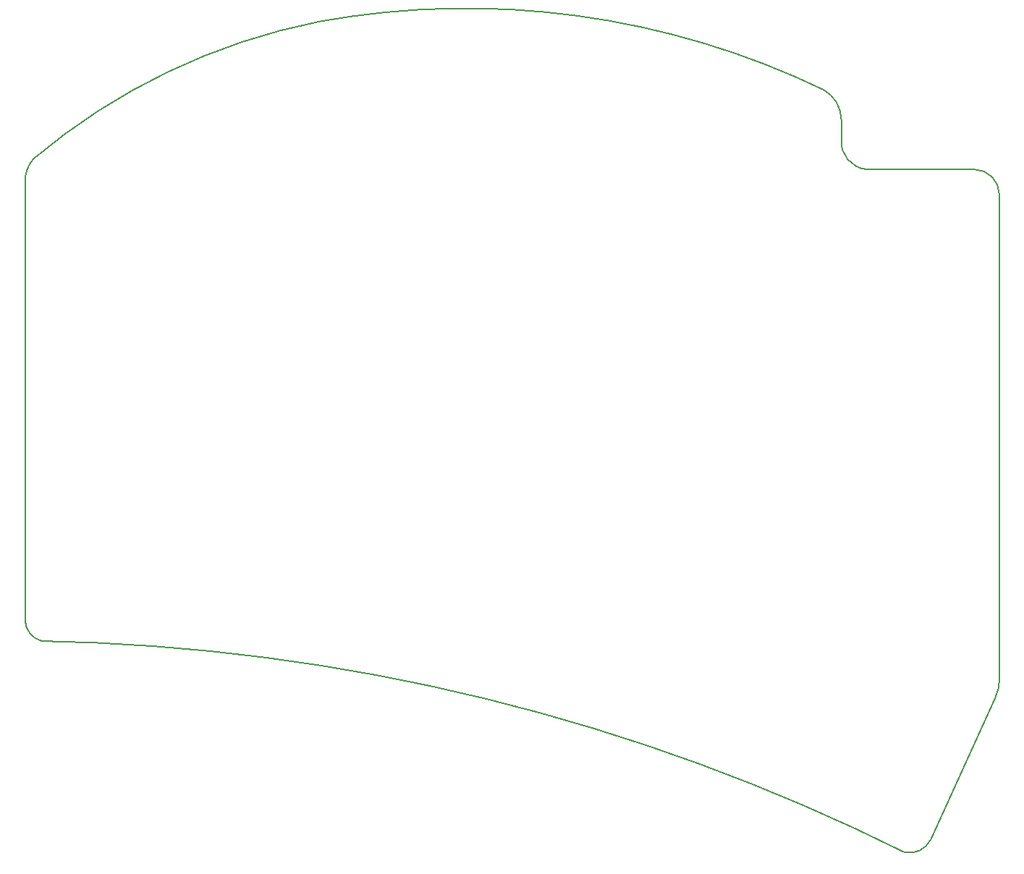
<source format=gbr>
%TF.GenerationSoftware,KiCad,Pcbnew,7.0.10*%
%TF.CreationDate,2024-01-16T00:43:54+02:00*%
%TF.ProjectId,snak_final,736e616b-5f66-4696-9e61-6c2e6b696361,0.1*%
%TF.SameCoordinates,Original*%
%TF.FileFunction,Profile,NP*%
%FSLAX46Y46*%
G04 Gerber Fmt 4.6, Leading zero omitted, Abs format (unit mm)*
G04 Created by KiCad (PCBNEW 7.0.10) date 2024-01-16 00:43:54*
%MOMM*%
%LPD*%
G01*
G04 APERTURE LIST*
%TA.AperFunction,Profile*%
%ADD10C,0.150000*%
%TD*%
G04 APERTURE END LIST*
D10*
X203100000Y-117000000D02*
G75*
G03*
X203550000Y-115000000I-4285708J2014909D01*
G01*
X89550000Y-108000000D02*
X89550000Y-57000000D01*
X188000000Y-55300000D02*
X200550000Y-55300000D01*
X203550000Y-58300000D02*
X203550000Y-115000000D01*
X203100000Y-117000000D02*
X195500000Y-133750000D01*
X89550002Y-108000000D02*
G75*
G03*
X91500000Y-110499999I2629957J40866D01*
G01*
X185050002Y-51750000D02*
G75*
G03*
X188000000Y-55299999I3249997J-300002D01*
G01*
X203550000Y-58300000D02*
G75*
G03*
X200550000Y-55300000I-2999999J1D01*
G01*
X192500000Y-135249998D02*
G75*
G03*
X195499999Y-133750000I487717J2774566D01*
G01*
X185050000Y-51750000D02*
X185050000Y-49500000D01*
X124000000Y-38000001D02*
G75*
G03*
X90500000Y-54100001I14377037J-72817436D01*
G01*
X183000000Y-46000001D02*
G75*
G03*
X124000000Y-38000001I-41810734J-86791662D01*
G01*
X192500000Y-135250000D02*
G75*
G03*
X91500000Y-110500000I-105218084J-210919001D01*
G01*
X90500000Y-54100000D02*
G75*
G03*
X89550001Y-57000000I3206038J-2655857D01*
G01*
X185050000Y-49500000D02*
G75*
G03*
X183000000Y-46000001I-4056088J-25352D01*
G01*
M02*

</source>
